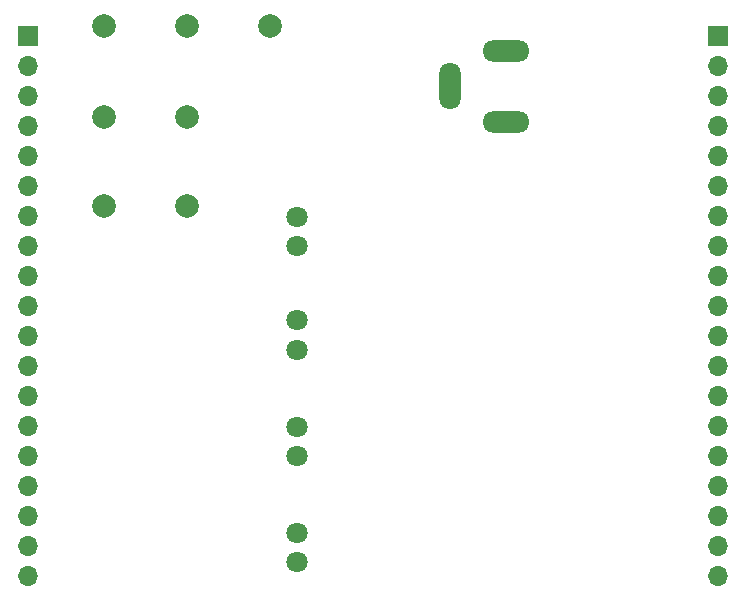
<source format=gbr>
%TF.GenerationSoftware,KiCad,Pcbnew,(6.0.8)*%
%TF.CreationDate,2022-12-08T15:17:31+02:00*%
%TF.ProjectId,Temperature Controller,54656d70-6572-4617-9475-726520436f6e,rev?*%
%TF.SameCoordinates,Original*%
%TF.FileFunction,Soldermask,Bot*%
%TF.FilePolarity,Negative*%
%FSLAX46Y46*%
G04 Gerber Fmt 4.6, Leading zero omitted, Abs format (unit mm)*
G04 Created by KiCad (PCBNEW (6.0.8)) date 2022-12-08 15:17:31*
%MOMM*%
%LPD*%
G01*
G04 APERTURE LIST*
%ADD10O,4.000000X1.800000*%
%ADD11O,1.800000X4.000000*%
%ADD12C,2.000000*%
%ADD13C,1.800000*%
%ADD14R,1.700000X1.700000*%
%ADD15O,1.700000X1.700000*%
G04 APERTURE END LIST*
D10*
%TO.C,J5*%
X146266000Y-64134000D03*
X146266000Y-58134000D03*
D11*
X141562000Y-61134000D03*
%TD*%
D12*
%TO.C,TP5*%
X119250000Y-63750000D03*
%TD*%
%TO.C,TP2*%
X119250000Y-55979721D03*
%TD*%
%TO.C,TP7*%
X119250000Y-71250000D03*
%TD*%
D13*
%TO.C,J4*%
X128556999Y-72179000D03*
X128556999Y-74681000D03*
%TD*%
D12*
%TO.C,TP6*%
X112250000Y-71250000D03*
%TD*%
%TO.C,TP4*%
X112250000Y-63750000D03*
%TD*%
%TO.C,TP1*%
X112250000Y-55979721D03*
%TD*%
%TO.C,TP3*%
X126250000Y-56000000D03*
%TD*%
D13*
%TO.C,J3*%
X128547000Y-80929000D03*
X128547000Y-83431000D03*
%TD*%
%TO.C,J1*%
X128547000Y-98929000D03*
X128547000Y-101431000D03*
%TD*%
%TO.C,J2*%
X128556999Y-89929000D03*
X128556999Y-92431000D03*
%TD*%
D14*
%TO.C,J7*%
X105780000Y-56830000D03*
D15*
X105780000Y-59370000D03*
X105780000Y-61910000D03*
X105780000Y-64450000D03*
X105780000Y-66990000D03*
X105780000Y-69530000D03*
X105780000Y-72070000D03*
X105780000Y-74610000D03*
X105780000Y-77150000D03*
X105780000Y-79690000D03*
X105780000Y-82230000D03*
X105780000Y-84770000D03*
X105780000Y-87310000D03*
X105780000Y-89850000D03*
X105780000Y-92390000D03*
X105780000Y-94930000D03*
X105780000Y-97470000D03*
X105780000Y-100010000D03*
X105780000Y-102550000D03*
%TD*%
D14*
%TO.C,J6*%
X164200000Y-56830000D03*
D15*
X164200000Y-59370000D03*
X164200000Y-61910000D03*
X164200000Y-64450000D03*
X164200000Y-66990000D03*
X164200000Y-69530000D03*
X164200000Y-72070000D03*
X164200000Y-74610000D03*
X164200000Y-77150000D03*
X164200000Y-79690000D03*
X164200000Y-82230000D03*
X164200000Y-84770000D03*
X164200000Y-87310000D03*
X164200000Y-89850000D03*
X164200000Y-92390000D03*
X164200000Y-94930000D03*
X164200000Y-97470000D03*
X164200000Y-100010000D03*
X164200000Y-102550000D03*
%TD*%
M02*

</source>
